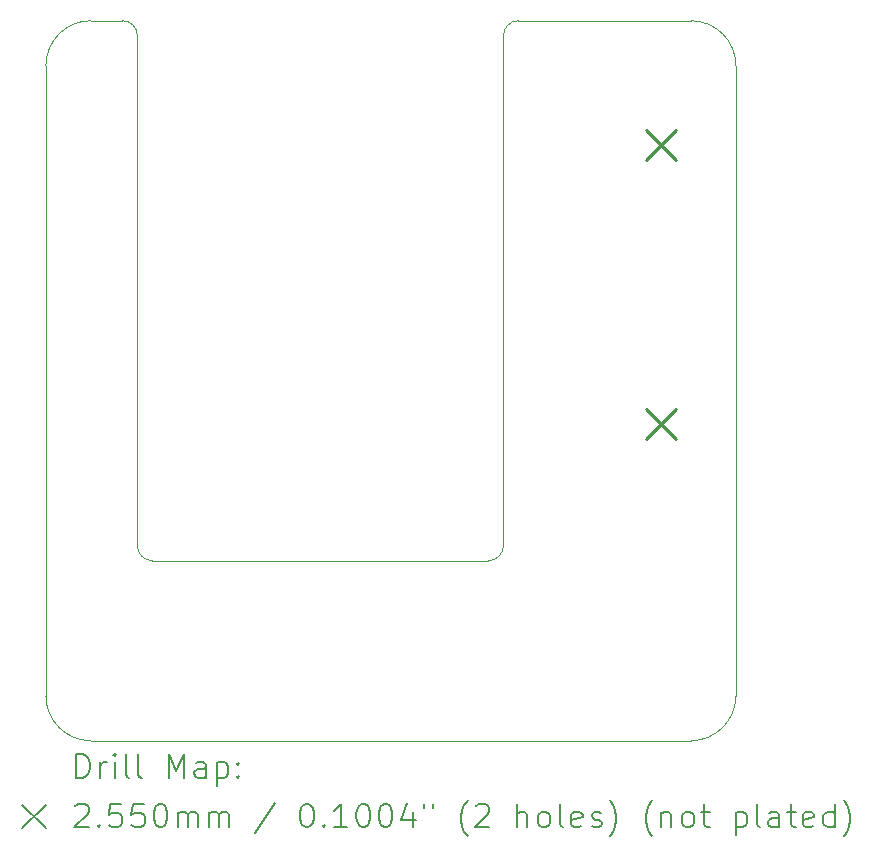
<source format=gbr>
%TF.GenerationSoftware,KiCad,Pcbnew,9.0.6*%
%TF.CreationDate,2026-01-15T23:38:00-05:00*%
%TF.ProjectId,telemetry_transmitter,74656c65-6d65-4747-9279-5f7472616e73,rev?*%
%TF.SameCoordinates,Original*%
%TF.FileFunction,Drillmap*%
%TF.FilePolarity,Positive*%
%FSLAX45Y45*%
G04 Gerber Fmt 4.5, Leading zero omitted, Abs format (unit mm)*
G04 Created by KiCad (PCBNEW 9.0.6) date 2026-01-15 23:38:00*
%MOMM*%
%LPD*%
G01*
G04 APERTURE LIST*
%ADD10C,0.050000*%
%ADD11C,0.200000*%
%ADD12C,0.255000*%
G04 APERTURE END LIST*
D10*
X14724380Y-7485380D02*
G75*
G02*
X14851380Y-7358380I127000J0D01*
G01*
X16692880Y-7739380D02*
X16692880Y-13073380D01*
X16311880Y-7358380D02*
G75*
G02*
X16692880Y-7739380I0J-381000D01*
G01*
X11231880Y-13454380D02*
G75*
G02*
X10850880Y-13073380I0J381000D01*
G01*
X11752580Y-11930380D02*
G75*
G02*
X11625580Y-11803380I0J127000D01*
G01*
X14724380Y-7485380D02*
X14724380Y-11803380D01*
X16311880Y-13454380D02*
X11231880Y-13454380D01*
X10850880Y-7739380D02*
G75*
G02*
X11231880Y-7358380I381000J0D01*
G01*
X14851380Y-7358380D02*
X16311880Y-7358380D01*
X11231880Y-7358380D02*
X11498580Y-7358380D01*
X14724380Y-11803380D02*
G75*
G02*
X14597380Y-11930380I-127000J0D01*
G01*
X14597380Y-11930380D02*
X11752580Y-11930380D01*
X11625580Y-7485380D02*
X11625580Y-11803380D01*
X11498580Y-7358380D02*
G75*
G02*
X11625580Y-7485380I0J-127000D01*
G01*
X16692880Y-13073380D02*
G75*
G02*
X16311880Y-13454380I-381000J0D01*
G01*
X10850880Y-13073380D02*
X10850880Y-7739380D01*
D11*
D12*
X15928680Y-8283580D02*
X16183680Y-8538580D01*
X16183680Y-8283580D02*
X15928680Y-8538580D01*
X15928680Y-10648580D02*
X16183680Y-10903580D01*
X16183680Y-10648580D02*
X15928680Y-10903580D01*
D11*
X11109157Y-13768364D02*
X11109157Y-13568364D01*
X11109157Y-13568364D02*
X11156776Y-13568364D01*
X11156776Y-13568364D02*
X11185347Y-13577888D01*
X11185347Y-13577888D02*
X11204395Y-13596935D01*
X11204395Y-13596935D02*
X11213919Y-13615983D01*
X11213919Y-13615983D02*
X11223442Y-13654078D01*
X11223442Y-13654078D02*
X11223442Y-13682649D01*
X11223442Y-13682649D02*
X11213919Y-13720745D01*
X11213919Y-13720745D02*
X11204395Y-13739792D01*
X11204395Y-13739792D02*
X11185347Y-13758840D01*
X11185347Y-13758840D02*
X11156776Y-13768364D01*
X11156776Y-13768364D02*
X11109157Y-13768364D01*
X11309157Y-13768364D02*
X11309157Y-13635030D01*
X11309157Y-13673126D02*
X11318681Y-13654078D01*
X11318681Y-13654078D02*
X11328204Y-13644554D01*
X11328204Y-13644554D02*
X11347252Y-13635030D01*
X11347252Y-13635030D02*
X11366300Y-13635030D01*
X11432966Y-13768364D02*
X11432966Y-13635030D01*
X11432966Y-13568364D02*
X11423442Y-13577888D01*
X11423442Y-13577888D02*
X11432966Y-13587411D01*
X11432966Y-13587411D02*
X11442490Y-13577888D01*
X11442490Y-13577888D02*
X11432966Y-13568364D01*
X11432966Y-13568364D02*
X11432966Y-13587411D01*
X11556776Y-13768364D02*
X11537728Y-13758840D01*
X11537728Y-13758840D02*
X11528204Y-13739792D01*
X11528204Y-13739792D02*
X11528204Y-13568364D01*
X11661538Y-13768364D02*
X11642490Y-13758840D01*
X11642490Y-13758840D02*
X11632966Y-13739792D01*
X11632966Y-13739792D02*
X11632966Y-13568364D01*
X11890109Y-13768364D02*
X11890109Y-13568364D01*
X11890109Y-13568364D02*
X11956776Y-13711221D01*
X11956776Y-13711221D02*
X12023442Y-13568364D01*
X12023442Y-13568364D02*
X12023442Y-13768364D01*
X12204395Y-13768364D02*
X12204395Y-13663602D01*
X12204395Y-13663602D02*
X12194871Y-13644554D01*
X12194871Y-13644554D02*
X12175823Y-13635030D01*
X12175823Y-13635030D02*
X12137728Y-13635030D01*
X12137728Y-13635030D02*
X12118681Y-13644554D01*
X12204395Y-13758840D02*
X12185347Y-13768364D01*
X12185347Y-13768364D02*
X12137728Y-13768364D01*
X12137728Y-13768364D02*
X12118681Y-13758840D01*
X12118681Y-13758840D02*
X12109157Y-13739792D01*
X12109157Y-13739792D02*
X12109157Y-13720745D01*
X12109157Y-13720745D02*
X12118681Y-13701697D01*
X12118681Y-13701697D02*
X12137728Y-13692173D01*
X12137728Y-13692173D02*
X12185347Y-13692173D01*
X12185347Y-13692173D02*
X12204395Y-13682649D01*
X12299633Y-13635030D02*
X12299633Y-13835030D01*
X12299633Y-13644554D02*
X12318681Y-13635030D01*
X12318681Y-13635030D02*
X12356776Y-13635030D01*
X12356776Y-13635030D02*
X12375823Y-13644554D01*
X12375823Y-13644554D02*
X12385347Y-13654078D01*
X12385347Y-13654078D02*
X12394871Y-13673126D01*
X12394871Y-13673126D02*
X12394871Y-13730268D01*
X12394871Y-13730268D02*
X12385347Y-13749316D01*
X12385347Y-13749316D02*
X12375823Y-13758840D01*
X12375823Y-13758840D02*
X12356776Y-13768364D01*
X12356776Y-13768364D02*
X12318681Y-13768364D01*
X12318681Y-13768364D02*
X12299633Y-13758840D01*
X12480585Y-13749316D02*
X12490109Y-13758840D01*
X12490109Y-13758840D02*
X12480585Y-13768364D01*
X12480585Y-13768364D02*
X12471062Y-13758840D01*
X12471062Y-13758840D02*
X12480585Y-13749316D01*
X12480585Y-13749316D02*
X12480585Y-13768364D01*
X12480585Y-13644554D02*
X12490109Y-13654078D01*
X12490109Y-13654078D02*
X12480585Y-13663602D01*
X12480585Y-13663602D02*
X12471062Y-13654078D01*
X12471062Y-13654078D02*
X12480585Y-13644554D01*
X12480585Y-13644554D02*
X12480585Y-13663602D01*
X10648380Y-13996880D02*
X10848380Y-14196880D01*
X10848380Y-13996880D02*
X10648380Y-14196880D01*
X11099633Y-14007411D02*
X11109157Y-13997888D01*
X11109157Y-13997888D02*
X11128204Y-13988364D01*
X11128204Y-13988364D02*
X11175824Y-13988364D01*
X11175824Y-13988364D02*
X11194871Y-13997888D01*
X11194871Y-13997888D02*
X11204395Y-14007411D01*
X11204395Y-14007411D02*
X11213919Y-14026459D01*
X11213919Y-14026459D02*
X11213919Y-14045507D01*
X11213919Y-14045507D02*
X11204395Y-14074078D01*
X11204395Y-14074078D02*
X11090109Y-14188364D01*
X11090109Y-14188364D02*
X11213919Y-14188364D01*
X11299633Y-14169316D02*
X11309157Y-14178840D01*
X11309157Y-14178840D02*
X11299633Y-14188364D01*
X11299633Y-14188364D02*
X11290109Y-14178840D01*
X11290109Y-14178840D02*
X11299633Y-14169316D01*
X11299633Y-14169316D02*
X11299633Y-14188364D01*
X11490109Y-13988364D02*
X11394871Y-13988364D01*
X11394871Y-13988364D02*
X11385347Y-14083602D01*
X11385347Y-14083602D02*
X11394871Y-14074078D01*
X11394871Y-14074078D02*
X11413919Y-14064554D01*
X11413919Y-14064554D02*
X11461538Y-14064554D01*
X11461538Y-14064554D02*
X11480585Y-14074078D01*
X11480585Y-14074078D02*
X11490109Y-14083602D01*
X11490109Y-14083602D02*
X11499633Y-14102649D01*
X11499633Y-14102649D02*
X11499633Y-14150268D01*
X11499633Y-14150268D02*
X11490109Y-14169316D01*
X11490109Y-14169316D02*
X11480585Y-14178840D01*
X11480585Y-14178840D02*
X11461538Y-14188364D01*
X11461538Y-14188364D02*
X11413919Y-14188364D01*
X11413919Y-14188364D02*
X11394871Y-14178840D01*
X11394871Y-14178840D02*
X11385347Y-14169316D01*
X11680585Y-13988364D02*
X11585347Y-13988364D01*
X11585347Y-13988364D02*
X11575823Y-14083602D01*
X11575823Y-14083602D02*
X11585347Y-14074078D01*
X11585347Y-14074078D02*
X11604395Y-14064554D01*
X11604395Y-14064554D02*
X11652014Y-14064554D01*
X11652014Y-14064554D02*
X11671062Y-14074078D01*
X11671062Y-14074078D02*
X11680585Y-14083602D01*
X11680585Y-14083602D02*
X11690109Y-14102649D01*
X11690109Y-14102649D02*
X11690109Y-14150268D01*
X11690109Y-14150268D02*
X11680585Y-14169316D01*
X11680585Y-14169316D02*
X11671062Y-14178840D01*
X11671062Y-14178840D02*
X11652014Y-14188364D01*
X11652014Y-14188364D02*
X11604395Y-14188364D01*
X11604395Y-14188364D02*
X11585347Y-14178840D01*
X11585347Y-14178840D02*
X11575823Y-14169316D01*
X11813919Y-13988364D02*
X11832966Y-13988364D01*
X11832966Y-13988364D02*
X11852014Y-13997888D01*
X11852014Y-13997888D02*
X11861538Y-14007411D01*
X11861538Y-14007411D02*
X11871062Y-14026459D01*
X11871062Y-14026459D02*
X11880585Y-14064554D01*
X11880585Y-14064554D02*
X11880585Y-14112173D01*
X11880585Y-14112173D02*
X11871062Y-14150268D01*
X11871062Y-14150268D02*
X11861538Y-14169316D01*
X11861538Y-14169316D02*
X11852014Y-14178840D01*
X11852014Y-14178840D02*
X11832966Y-14188364D01*
X11832966Y-14188364D02*
X11813919Y-14188364D01*
X11813919Y-14188364D02*
X11794871Y-14178840D01*
X11794871Y-14178840D02*
X11785347Y-14169316D01*
X11785347Y-14169316D02*
X11775823Y-14150268D01*
X11775823Y-14150268D02*
X11766300Y-14112173D01*
X11766300Y-14112173D02*
X11766300Y-14064554D01*
X11766300Y-14064554D02*
X11775823Y-14026459D01*
X11775823Y-14026459D02*
X11785347Y-14007411D01*
X11785347Y-14007411D02*
X11794871Y-13997888D01*
X11794871Y-13997888D02*
X11813919Y-13988364D01*
X11966300Y-14188364D02*
X11966300Y-14055030D01*
X11966300Y-14074078D02*
X11975823Y-14064554D01*
X11975823Y-14064554D02*
X11994871Y-14055030D01*
X11994871Y-14055030D02*
X12023443Y-14055030D01*
X12023443Y-14055030D02*
X12042490Y-14064554D01*
X12042490Y-14064554D02*
X12052014Y-14083602D01*
X12052014Y-14083602D02*
X12052014Y-14188364D01*
X12052014Y-14083602D02*
X12061538Y-14064554D01*
X12061538Y-14064554D02*
X12080585Y-14055030D01*
X12080585Y-14055030D02*
X12109157Y-14055030D01*
X12109157Y-14055030D02*
X12128204Y-14064554D01*
X12128204Y-14064554D02*
X12137728Y-14083602D01*
X12137728Y-14083602D02*
X12137728Y-14188364D01*
X12232966Y-14188364D02*
X12232966Y-14055030D01*
X12232966Y-14074078D02*
X12242490Y-14064554D01*
X12242490Y-14064554D02*
X12261538Y-14055030D01*
X12261538Y-14055030D02*
X12290109Y-14055030D01*
X12290109Y-14055030D02*
X12309157Y-14064554D01*
X12309157Y-14064554D02*
X12318681Y-14083602D01*
X12318681Y-14083602D02*
X12318681Y-14188364D01*
X12318681Y-14083602D02*
X12328204Y-14064554D01*
X12328204Y-14064554D02*
X12347252Y-14055030D01*
X12347252Y-14055030D02*
X12375823Y-14055030D01*
X12375823Y-14055030D02*
X12394871Y-14064554D01*
X12394871Y-14064554D02*
X12404395Y-14083602D01*
X12404395Y-14083602D02*
X12404395Y-14188364D01*
X12794871Y-13978840D02*
X12623443Y-14235983D01*
X13052014Y-13988364D02*
X13071062Y-13988364D01*
X13071062Y-13988364D02*
X13090109Y-13997888D01*
X13090109Y-13997888D02*
X13099633Y-14007411D01*
X13099633Y-14007411D02*
X13109157Y-14026459D01*
X13109157Y-14026459D02*
X13118681Y-14064554D01*
X13118681Y-14064554D02*
X13118681Y-14112173D01*
X13118681Y-14112173D02*
X13109157Y-14150268D01*
X13109157Y-14150268D02*
X13099633Y-14169316D01*
X13099633Y-14169316D02*
X13090109Y-14178840D01*
X13090109Y-14178840D02*
X13071062Y-14188364D01*
X13071062Y-14188364D02*
X13052014Y-14188364D01*
X13052014Y-14188364D02*
X13032966Y-14178840D01*
X13032966Y-14178840D02*
X13023443Y-14169316D01*
X13023443Y-14169316D02*
X13013919Y-14150268D01*
X13013919Y-14150268D02*
X13004395Y-14112173D01*
X13004395Y-14112173D02*
X13004395Y-14064554D01*
X13004395Y-14064554D02*
X13013919Y-14026459D01*
X13013919Y-14026459D02*
X13023443Y-14007411D01*
X13023443Y-14007411D02*
X13032966Y-13997888D01*
X13032966Y-13997888D02*
X13052014Y-13988364D01*
X13204395Y-14169316D02*
X13213919Y-14178840D01*
X13213919Y-14178840D02*
X13204395Y-14188364D01*
X13204395Y-14188364D02*
X13194871Y-14178840D01*
X13194871Y-14178840D02*
X13204395Y-14169316D01*
X13204395Y-14169316D02*
X13204395Y-14188364D01*
X13404395Y-14188364D02*
X13290109Y-14188364D01*
X13347252Y-14188364D02*
X13347252Y-13988364D01*
X13347252Y-13988364D02*
X13328205Y-14016935D01*
X13328205Y-14016935D02*
X13309157Y-14035983D01*
X13309157Y-14035983D02*
X13290109Y-14045507D01*
X13528205Y-13988364D02*
X13547252Y-13988364D01*
X13547252Y-13988364D02*
X13566300Y-13997888D01*
X13566300Y-13997888D02*
X13575824Y-14007411D01*
X13575824Y-14007411D02*
X13585347Y-14026459D01*
X13585347Y-14026459D02*
X13594871Y-14064554D01*
X13594871Y-14064554D02*
X13594871Y-14112173D01*
X13594871Y-14112173D02*
X13585347Y-14150268D01*
X13585347Y-14150268D02*
X13575824Y-14169316D01*
X13575824Y-14169316D02*
X13566300Y-14178840D01*
X13566300Y-14178840D02*
X13547252Y-14188364D01*
X13547252Y-14188364D02*
X13528205Y-14188364D01*
X13528205Y-14188364D02*
X13509157Y-14178840D01*
X13509157Y-14178840D02*
X13499633Y-14169316D01*
X13499633Y-14169316D02*
X13490109Y-14150268D01*
X13490109Y-14150268D02*
X13480586Y-14112173D01*
X13480586Y-14112173D02*
X13480586Y-14064554D01*
X13480586Y-14064554D02*
X13490109Y-14026459D01*
X13490109Y-14026459D02*
X13499633Y-14007411D01*
X13499633Y-14007411D02*
X13509157Y-13997888D01*
X13509157Y-13997888D02*
X13528205Y-13988364D01*
X13718681Y-13988364D02*
X13737728Y-13988364D01*
X13737728Y-13988364D02*
X13756776Y-13997888D01*
X13756776Y-13997888D02*
X13766300Y-14007411D01*
X13766300Y-14007411D02*
X13775824Y-14026459D01*
X13775824Y-14026459D02*
X13785347Y-14064554D01*
X13785347Y-14064554D02*
X13785347Y-14112173D01*
X13785347Y-14112173D02*
X13775824Y-14150268D01*
X13775824Y-14150268D02*
X13766300Y-14169316D01*
X13766300Y-14169316D02*
X13756776Y-14178840D01*
X13756776Y-14178840D02*
X13737728Y-14188364D01*
X13737728Y-14188364D02*
X13718681Y-14188364D01*
X13718681Y-14188364D02*
X13699633Y-14178840D01*
X13699633Y-14178840D02*
X13690109Y-14169316D01*
X13690109Y-14169316D02*
X13680586Y-14150268D01*
X13680586Y-14150268D02*
X13671062Y-14112173D01*
X13671062Y-14112173D02*
X13671062Y-14064554D01*
X13671062Y-14064554D02*
X13680586Y-14026459D01*
X13680586Y-14026459D02*
X13690109Y-14007411D01*
X13690109Y-14007411D02*
X13699633Y-13997888D01*
X13699633Y-13997888D02*
X13718681Y-13988364D01*
X13956776Y-14055030D02*
X13956776Y-14188364D01*
X13909157Y-13978840D02*
X13861538Y-14121697D01*
X13861538Y-14121697D02*
X13985347Y-14121697D01*
X14052014Y-13988364D02*
X14052014Y-14026459D01*
X14128205Y-13988364D02*
X14128205Y-14026459D01*
X14423443Y-14264554D02*
X14413919Y-14255030D01*
X14413919Y-14255030D02*
X14394871Y-14226459D01*
X14394871Y-14226459D02*
X14385348Y-14207411D01*
X14385348Y-14207411D02*
X14375824Y-14178840D01*
X14375824Y-14178840D02*
X14366300Y-14131221D01*
X14366300Y-14131221D02*
X14366300Y-14093126D01*
X14366300Y-14093126D02*
X14375824Y-14045507D01*
X14375824Y-14045507D02*
X14385348Y-14016935D01*
X14385348Y-14016935D02*
X14394871Y-13997888D01*
X14394871Y-13997888D02*
X14413919Y-13969316D01*
X14413919Y-13969316D02*
X14423443Y-13959792D01*
X14490109Y-14007411D02*
X14499633Y-13997888D01*
X14499633Y-13997888D02*
X14518681Y-13988364D01*
X14518681Y-13988364D02*
X14566300Y-13988364D01*
X14566300Y-13988364D02*
X14585348Y-13997888D01*
X14585348Y-13997888D02*
X14594871Y-14007411D01*
X14594871Y-14007411D02*
X14604395Y-14026459D01*
X14604395Y-14026459D02*
X14604395Y-14045507D01*
X14604395Y-14045507D02*
X14594871Y-14074078D01*
X14594871Y-14074078D02*
X14480586Y-14188364D01*
X14480586Y-14188364D02*
X14604395Y-14188364D01*
X14842490Y-14188364D02*
X14842490Y-13988364D01*
X14928205Y-14188364D02*
X14928205Y-14083602D01*
X14928205Y-14083602D02*
X14918681Y-14064554D01*
X14918681Y-14064554D02*
X14899633Y-14055030D01*
X14899633Y-14055030D02*
X14871062Y-14055030D01*
X14871062Y-14055030D02*
X14852014Y-14064554D01*
X14852014Y-14064554D02*
X14842490Y-14074078D01*
X15052014Y-14188364D02*
X15032967Y-14178840D01*
X15032967Y-14178840D02*
X15023443Y-14169316D01*
X15023443Y-14169316D02*
X15013919Y-14150268D01*
X15013919Y-14150268D02*
X15013919Y-14093126D01*
X15013919Y-14093126D02*
X15023443Y-14074078D01*
X15023443Y-14074078D02*
X15032967Y-14064554D01*
X15032967Y-14064554D02*
X15052014Y-14055030D01*
X15052014Y-14055030D02*
X15080586Y-14055030D01*
X15080586Y-14055030D02*
X15099633Y-14064554D01*
X15099633Y-14064554D02*
X15109157Y-14074078D01*
X15109157Y-14074078D02*
X15118681Y-14093126D01*
X15118681Y-14093126D02*
X15118681Y-14150268D01*
X15118681Y-14150268D02*
X15109157Y-14169316D01*
X15109157Y-14169316D02*
X15099633Y-14178840D01*
X15099633Y-14178840D02*
X15080586Y-14188364D01*
X15080586Y-14188364D02*
X15052014Y-14188364D01*
X15232967Y-14188364D02*
X15213919Y-14178840D01*
X15213919Y-14178840D02*
X15204395Y-14159792D01*
X15204395Y-14159792D02*
X15204395Y-13988364D01*
X15385348Y-14178840D02*
X15366300Y-14188364D01*
X15366300Y-14188364D02*
X15328205Y-14188364D01*
X15328205Y-14188364D02*
X15309157Y-14178840D01*
X15309157Y-14178840D02*
X15299633Y-14159792D01*
X15299633Y-14159792D02*
X15299633Y-14083602D01*
X15299633Y-14083602D02*
X15309157Y-14064554D01*
X15309157Y-14064554D02*
X15328205Y-14055030D01*
X15328205Y-14055030D02*
X15366300Y-14055030D01*
X15366300Y-14055030D02*
X15385348Y-14064554D01*
X15385348Y-14064554D02*
X15394871Y-14083602D01*
X15394871Y-14083602D02*
X15394871Y-14102649D01*
X15394871Y-14102649D02*
X15299633Y-14121697D01*
X15471062Y-14178840D02*
X15490110Y-14188364D01*
X15490110Y-14188364D02*
X15528205Y-14188364D01*
X15528205Y-14188364D02*
X15547252Y-14178840D01*
X15547252Y-14178840D02*
X15556776Y-14159792D01*
X15556776Y-14159792D02*
X15556776Y-14150268D01*
X15556776Y-14150268D02*
X15547252Y-14131221D01*
X15547252Y-14131221D02*
X15528205Y-14121697D01*
X15528205Y-14121697D02*
X15499633Y-14121697D01*
X15499633Y-14121697D02*
X15480586Y-14112173D01*
X15480586Y-14112173D02*
X15471062Y-14093126D01*
X15471062Y-14093126D02*
X15471062Y-14083602D01*
X15471062Y-14083602D02*
X15480586Y-14064554D01*
X15480586Y-14064554D02*
X15499633Y-14055030D01*
X15499633Y-14055030D02*
X15528205Y-14055030D01*
X15528205Y-14055030D02*
X15547252Y-14064554D01*
X15623443Y-14264554D02*
X15632967Y-14255030D01*
X15632967Y-14255030D02*
X15652014Y-14226459D01*
X15652014Y-14226459D02*
X15661538Y-14207411D01*
X15661538Y-14207411D02*
X15671062Y-14178840D01*
X15671062Y-14178840D02*
X15680586Y-14131221D01*
X15680586Y-14131221D02*
X15680586Y-14093126D01*
X15680586Y-14093126D02*
X15671062Y-14045507D01*
X15671062Y-14045507D02*
X15661538Y-14016935D01*
X15661538Y-14016935D02*
X15652014Y-13997888D01*
X15652014Y-13997888D02*
X15632967Y-13969316D01*
X15632967Y-13969316D02*
X15623443Y-13959792D01*
X15985348Y-14264554D02*
X15975824Y-14255030D01*
X15975824Y-14255030D02*
X15956776Y-14226459D01*
X15956776Y-14226459D02*
X15947252Y-14207411D01*
X15947252Y-14207411D02*
X15937729Y-14178840D01*
X15937729Y-14178840D02*
X15928205Y-14131221D01*
X15928205Y-14131221D02*
X15928205Y-14093126D01*
X15928205Y-14093126D02*
X15937729Y-14045507D01*
X15937729Y-14045507D02*
X15947252Y-14016935D01*
X15947252Y-14016935D02*
X15956776Y-13997888D01*
X15956776Y-13997888D02*
X15975824Y-13969316D01*
X15975824Y-13969316D02*
X15985348Y-13959792D01*
X16061538Y-14055030D02*
X16061538Y-14188364D01*
X16061538Y-14074078D02*
X16071062Y-14064554D01*
X16071062Y-14064554D02*
X16090110Y-14055030D01*
X16090110Y-14055030D02*
X16118681Y-14055030D01*
X16118681Y-14055030D02*
X16137729Y-14064554D01*
X16137729Y-14064554D02*
X16147252Y-14083602D01*
X16147252Y-14083602D02*
X16147252Y-14188364D01*
X16271062Y-14188364D02*
X16252014Y-14178840D01*
X16252014Y-14178840D02*
X16242491Y-14169316D01*
X16242491Y-14169316D02*
X16232967Y-14150268D01*
X16232967Y-14150268D02*
X16232967Y-14093126D01*
X16232967Y-14093126D02*
X16242491Y-14074078D01*
X16242491Y-14074078D02*
X16252014Y-14064554D01*
X16252014Y-14064554D02*
X16271062Y-14055030D01*
X16271062Y-14055030D02*
X16299633Y-14055030D01*
X16299633Y-14055030D02*
X16318681Y-14064554D01*
X16318681Y-14064554D02*
X16328205Y-14074078D01*
X16328205Y-14074078D02*
X16337729Y-14093126D01*
X16337729Y-14093126D02*
X16337729Y-14150268D01*
X16337729Y-14150268D02*
X16328205Y-14169316D01*
X16328205Y-14169316D02*
X16318681Y-14178840D01*
X16318681Y-14178840D02*
X16299633Y-14188364D01*
X16299633Y-14188364D02*
X16271062Y-14188364D01*
X16394872Y-14055030D02*
X16471062Y-14055030D01*
X16423443Y-13988364D02*
X16423443Y-14159792D01*
X16423443Y-14159792D02*
X16432967Y-14178840D01*
X16432967Y-14178840D02*
X16452014Y-14188364D01*
X16452014Y-14188364D02*
X16471062Y-14188364D01*
X16690110Y-14055030D02*
X16690110Y-14255030D01*
X16690110Y-14064554D02*
X16709157Y-14055030D01*
X16709157Y-14055030D02*
X16747253Y-14055030D01*
X16747253Y-14055030D02*
X16766300Y-14064554D01*
X16766300Y-14064554D02*
X16775824Y-14074078D01*
X16775824Y-14074078D02*
X16785348Y-14093126D01*
X16785348Y-14093126D02*
X16785348Y-14150268D01*
X16785348Y-14150268D02*
X16775824Y-14169316D01*
X16775824Y-14169316D02*
X16766300Y-14178840D01*
X16766300Y-14178840D02*
X16747253Y-14188364D01*
X16747253Y-14188364D02*
X16709157Y-14188364D01*
X16709157Y-14188364D02*
X16690110Y-14178840D01*
X16899634Y-14188364D02*
X16880586Y-14178840D01*
X16880586Y-14178840D02*
X16871062Y-14159792D01*
X16871062Y-14159792D02*
X16871062Y-13988364D01*
X17061538Y-14188364D02*
X17061538Y-14083602D01*
X17061538Y-14083602D02*
X17052015Y-14064554D01*
X17052015Y-14064554D02*
X17032967Y-14055030D01*
X17032967Y-14055030D02*
X16994872Y-14055030D01*
X16994872Y-14055030D02*
X16975824Y-14064554D01*
X17061538Y-14178840D02*
X17042491Y-14188364D01*
X17042491Y-14188364D02*
X16994872Y-14188364D01*
X16994872Y-14188364D02*
X16975824Y-14178840D01*
X16975824Y-14178840D02*
X16966300Y-14159792D01*
X16966300Y-14159792D02*
X16966300Y-14140745D01*
X16966300Y-14140745D02*
X16975824Y-14121697D01*
X16975824Y-14121697D02*
X16994872Y-14112173D01*
X16994872Y-14112173D02*
X17042491Y-14112173D01*
X17042491Y-14112173D02*
X17061538Y-14102649D01*
X17128205Y-14055030D02*
X17204395Y-14055030D01*
X17156776Y-13988364D02*
X17156776Y-14159792D01*
X17156776Y-14159792D02*
X17166300Y-14178840D01*
X17166300Y-14178840D02*
X17185348Y-14188364D01*
X17185348Y-14188364D02*
X17204395Y-14188364D01*
X17347253Y-14178840D02*
X17328205Y-14188364D01*
X17328205Y-14188364D02*
X17290110Y-14188364D01*
X17290110Y-14188364D02*
X17271062Y-14178840D01*
X17271062Y-14178840D02*
X17261538Y-14159792D01*
X17261538Y-14159792D02*
X17261538Y-14083602D01*
X17261538Y-14083602D02*
X17271062Y-14064554D01*
X17271062Y-14064554D02*
X17290110Y-14055030D01*
X17290110Y-14055030D02*
X17328205Y-14055030D01*
X17328205Y-14055030D02*
X17347253Y-14064554D01*
X17347253Y-14064554D02*
X17356776Y-14083602D01*
X17356776Y-14083602D02*
X17356776Y-14102649D01*
X17356776Y-14102649D02*
X17261538Y-14121697D01*
X17528205Y-14188364D02*
X17528205Y-13988364D01*
X17528205Y-14178840D02*
X17509157Y-14188364D01*
X17509157Y-14188364D02*
X17471062Y-14188364D01*
X17471062Y-14188364D02*
X17452015Y-14178840D01*
X17452015Y-14178840D02*
X17442491Y-14169316D01*
X17442491Y-14169316D02*
X17432967Y-14150268D01*
X17432967Y-14150268D02*
X17432967Y-14093126D01*
X17432967Y-14093126D02*
X17442491Y-14074078D01*
X17442491Y-14074078D02*
X17452015Y-14064554D01*
X17452015Y-14064554D02*
X17471062Y-14055030D01*
X17471062Y-14055030D02*
X17509157Y-14055030D01*
X17509157Y-14055030D02*
X17528205Y-14064554D01*
X17604396Y-14264554D02*
X17613919Y-14255030D01*
X17613919Y-14255030D02*
X17632967Y-14226459D01*
X17632967Y-14226459D02*
X17642491Y-14207411D01*
X17642491Y-14207411D02*
X17652015Y-14178840D01*
X17652015Y-14178840D02*
X17661538Y-14131221D01*
X17661538Y-14131221D02*
X17661538Y-14093126D01*
X17661538Y-14093126D02*
X17652015Y-14045507D01*
X17652015Y-14045507D02*
X17642491Y-14016935D01*
X17642491Y-14016935D02*
X17632967Y-13997888D01*
X17632967Y-13997888D02*
X17613919Y-13969316D01*
X17613919Y-13969316D02*
X17604396Y-13959792D01*
M02*

</source>
